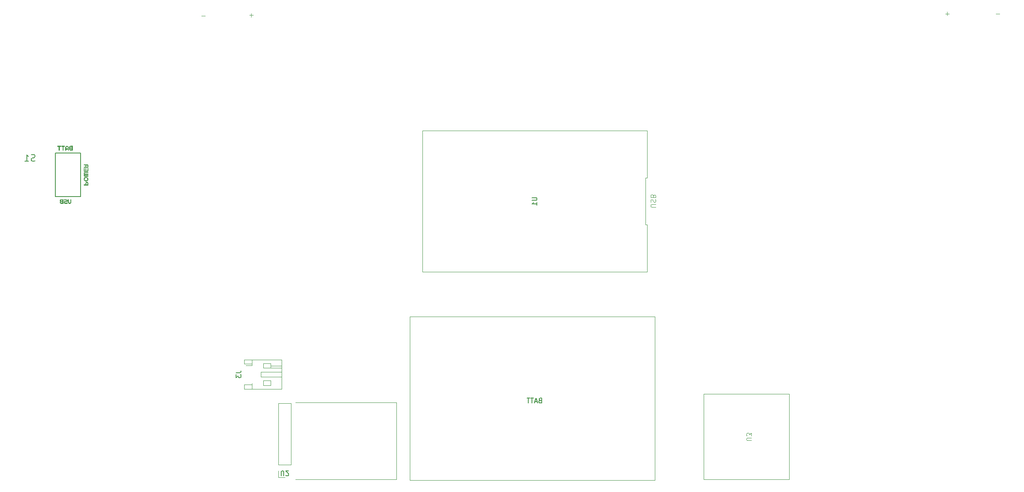
<source format=gbr>
%TF.GenerationSoftware,KiCad,Pcbnew,7.0.9*%
%TF.CreationDate,2024-02-01T20:29:03-08:00*%
%TF.ProjectId,DC32_Cnet_Badge_Main,44433332-5f43-46e6-9574-5f4261646765,rev?*%
%TF.SameCoordinates,Original*%
%TF.FileFunction,Legend,Bot*%
%TF.FilePolarity,Positive*%
%FSLAX46Y46*%
G04 Gerber Fmt 4.6, Leading zero omitted, Abs format (unit mm)*
G04 Created by KiCad (PCBNEW 7.0.9) date 2024-02-01 20:29:03*
%MOMM*%
%LPD*%
G01*
G04 APERTURE LIST*
%ADD10C,0.150000*%
%ADD11C,0.100000*%
%ADD12C,0.203200*%
%ADD13C,0.120000*%
G04 APERTURE END LIST*
D10*
G36*
X54900000Y-88430000D02*
G01*
X54439357Y-88430000D01*
X54424617Y-88429666D01*
X54410132Y-88428664D01*
X54395903Y-88426994D01*
X54381930Y-88424657D01*
X54368212Y-88421651D01*
X54354750Y-88417978D01*
X54341544Y-88413637D01*
X54328593Y-88408628D01*
X54315898Y-88402952D01*
X54303459Y-88396607D01*
X54291276Y-88389594D01*
X54279348Y-88381914D01*
X54267676Y-88373566D01*
X54256259Y-88364550D01*
X54245099Y-88354866D01*
X54234193Y-88344515D01*
X54223753Y-88333698D01*
X54213986Y-88322620D01*
X54204893Y-88311281D01*
X54196473Y-88299681D01*
X54188727Y-88287819D01*
X54181655Y-88275695D01*
X54175256Y-88263310D01*
X54169530Y-88250664D01*
X54164478Y-88237757D01*
X54160100Y-88224587D01*
X54156395Y-88211157D01*
X54153364Y-88197465D01*
X54151007Y-88183512D01*
X54149323Y-88169297D01*
X54148313Y-88154821D01*
X54147976Y-88140083D01*
X54353140Y-88140083D01*
X54353239Y-88144498D01*
X54354355Y-88155158D01*
X54356712Y-88165282D01*
X54360309Y-88174869D01*
X54365146Y-88183920D01*
X54371223Y-88192434D01*
X54378541Y-88200411D01*
X54381727Y-88203369D01*
X54390050Y-88209928D01*
X54398886Y-88215295D01*
X54408234Y-88219469D01*
X54418096Y-88222450D01*
X54428470Y-88224239D01*
X54439357Y-88224836D01*
X54694836Y-88224836D01*
X54694836Y-88054110D01*
X54439357Y-88054110D01*
X54434941Y-88054209D01*
X54424259Y-88055325D01*
X54414090Y-88057682D01*
X54404433Y-88061279D01*
X54395290Y-88066116D01*
X54386659Y-88072193D01*
X54378541Y-88079511D01*
X54375465Y-88082696D01*
X54368643Y-88091008D01*
X54363062Y-88099821D01*
X54358721Y-88109135D01*
X54355620Y-88118951D01*
X54353760Y-88129266D01*
X54353140Y-88140083D01*
X54147976Y-88140083D01*
X54148243Y-88125386D01*
X54149044Y-88111030D01*
X54150380Y-88097015D01*
X54152250Y-88083343D01*
X54154654Y-88070011D01*
X54157593Y-88057022D01*
X54161066Y-88044373D01*
X54165073Y-88032067D01*
X54169614Y-88020102D01*
X54174690Y-88008478D01*
X54180300Y-87997196D01*
X54186444Y-87986256D01*
X54193123Y-87975657D01*
X54200335Y-87965400D01*
X54208082Y-87955484D01*
X54216364Y-87945910D01*
X54208082Y-87937844D01*
X54200335Y-87929340D01*
X54193123Y-87920396D01*
X54186444Y-87911014D01*
X54180300Y-87901193D01*
X54174690Y-87890933D01*
X54169614Y-87880234D01*
X54165073Y-87869096D01*
X54161066Y-87857519D01*
X54157593Y-87845503D01*
X54154654Y-87833049D01*
X54152250Y-87820156D01*
X54150380Y-87806823D01*
X54149044Y-87793052D01*
X54148243Y-87778842D01*
X54147976Y-87764193D01*
X54353140Y-87764193D01*
X54353239Y-87768578D01*
X54354355Y-87779173D01*
X54356712Y-87789244D01*
X54360309Y-87798789D01*
X54365146Y-87807810D01*
X54371223Y-87816306D01*
X54378541Y-87824277D01*
X54381727Y-87827264D01*
X54390050Y-87833889D01*
X54398886Y-87839310D01*
X54408234Y-87843525D01*
X54418096Y-87846537D01*
X54428470Y-87848344D01*
X54439357Y-87848946D01*
X54694836Y-87848946D01*
X54694836Y-87677976D01*
X54439357Y-87677976D01*
X54434941Y-87678075D01*
X54424259Y-87679191D01*
X54414090Y-87681548D01*
X54404433Y-87685145D01*
X54395290Y-87689982D01*
X54386659Y-87696059D01*
X54378541Y-87703377D01*
X54375465Y-87706563D01*
X54368643Y-87714886D01*
X54363062Y-87723722D01*
X54358721Y-87733070D01*
X54355620Y-87742932D01*
X54353760Y-87753306D01*
X54353140Y-87764193D01*
X54147976Y-87764193D01*
X54148313Y-87749454D01*
X54149323Y-87734972D01*
X54151007Y-87720748D01*
X54153364Y-87706781D01*
X54156395Y-87693072D01*
X54160100Y-87679621D01*
X54164478Y-87666427D01*
X54169530Y-87653490D01*
X54175256Y-87640812D01*
X54181655Y-87628391D01*
X54188727Y-87616227D01*
X54196473Y-87604321D01*
X54204893Y-87592673D01*
X54213986Y-87581282D01*
X54223753Y-87570149D01*
X54234193Y-87559274D01*
X54245099Y-87548833D01*
X54256259Y-87539066D01*
X54267676Y-87529973D01*
X54279348Y-87521553D01*
X54291276Y-87513807D01*
X54303459Y-87506735D01*
X54315898Y-87500336D01*
X54328593Y-87494610D01*
X54341544Y-87489559D01*
X54354750Y-87485180D01*
X54368212Y-87481476D01*
X54381930Y-87478445D01*
X54395903Y-87476087D01*
X54410132Y-87474403D01*
X54424617Y-87473393D01*
X54439357Y-87473056D01*
X54900000Y-87473056D01*
X54900000Y-88430000D01*
G37*
G36*
X53328297Y-88430000D02*
G01*
X53533461Y-88430000D01*
X53533461Y-87848946D01*
X53533901Y-87836061D01*
X53535221Y-87823512D01*
X53537421Y-87811298D01*
X53540502Y-87799418D01*
X53544462Y-87787873D01*
X53549303Y-87776663D01*
X53555024Y-87765788D01*
X53561625Y-87755248D01*
X53569106Y-87745043D01*
X53577467Y-87735172D01*
X53583531Y-87728778D01*
X53593060Y-87719699D01*
X53602962Y-87711513D01*
X53613238Y-87704220D01*
X53623888Y-87697821D01*
X53634911Y-87692314D01*
X53646308Y-87687700D01*
X53658078Y-87683979D01*
X53670221Y-87681151D01*
X53682739Y-87679216D01*
X53695629Y-87678174D01*
X53704431Y-87677976D01*
X53717315Y-87678422D01*
X53729864Y-87679762D01*
X53742079Y-87681994D01*
X53753959Y-87685120D01*
X53765503Y-87689138D01*
X53776713Y-87694050D01*
X53787588Y-87699855D01*
X53798128Y-87706552D01*
X53808334Y-87714143D01*
X53818204Y-87722626D01*
X53824598Y-87728778D01*
X53833634Y-87738425D01*
X53841780Y-87748407D01*
X53849038Y-87758724D01*
X53855407Y-87769376D01*
X53860888Y-87780363D01*
X53865479Y-87791684D01*
X53869182Y-87803341D01*
X53871997Y-87815332D01*
X53873922Y-87827658D01*
X53874959Y-87840319D01*
X53875157Y-87848946D01*
X53875157Y-88430000D01*
X54080321Y-88430000D01*
X54080321Y-87848946D01*
X54079888Y-87829792D01*
X54078592Y-87810981D01*
X54076431Y-87792514D01*
X54073405Y-87774391D01*
X54069516Y-87756611D01*
X54064761Y-87739174D01*
X54059143Y-87722081D01*
X54052660Y-87705331D01*
X54045313Y-87688925D01*
X54037101Y-87672862D01*
X54028025Y-87657143D01*
X54018084Y-87641767D01*
X54007279Y-87626734D01*
X53995610Y-87612045D01*
X53983077Y-87597700D01*
X53969678Y-87583698D01*
X53955648Y-87570300D01*
X53941278Y-87557766D01*
X53926568Y-87546097D01*
X53911518Y-87535292D01*
X53896129Y-87525352D01*
X53880400Y-87516276D01*
X53864332Y-87508064D01*
X53847923Y-87500717D01*
X53831176Y-87494234D01*
X53814088Y-87488615D01*
X53796661Y-87483861D01*
X53778894Y-87479971D01*
X53760788Y-87476946D01*
X53742342Y-87474785D01*
X53723556Y-87473488D01*
X53704431Y-87473056D01*
X53685131Y-87473488D01*
X53666188Y-87474785D01*
X53647601Y-87476946D01*
X53629372Y-87479971D01*
X53611499Y-87483861D01*
X53593983Y-87488615D01*
X53576824Y-87494234D01*
X53560022Y-87500717D01*
X53543577Y-87508064D01*
X53527488Y-87516276D01*
X53511757Y-87525352D01*
X53496382Y-87535292D01*
X53481364Y-87546097D01*
X53466702Y-87557766D01*
X53452398Y-87570300D01*
X53438450Y-87583698D01*
X53425111Y-87597700D01*
X53412633Y-87612045D01*
X53401015Y-87626734D01*
X53390258Y-87641767D01*
X53380362Y-87657143D01*
X53371325Y-87672862D01*
X53363150Y-87688925D01*
X53355835Y-87705331D01*
X53349381Y-87722081D01*
X53343787Y-87739174D01*
X53339054Y-87756611D01*
X53335181Y-87774391D01*
X53332169Y-87792514D01*
X53330018Y-87810981D01*
X53328727Y-87829792D01*
X53328297Y-87848946D01*
X53328297Y-88430000D01*
G37*
G36*
X53861479Y-88122498D02*
G01*
X53861077Y-88110567D01*
X53859873Y-88098953D01*
X53857866Y-88087657D01*
X53855056Y-88076679D01*
X53851443Y-88066019D01*
X53847028Y-88055676D01*
X53841809Y-88045651D01*
X53835788Y-88035944D01*
X53828963Y-88026555D01*
X53821336Y-88017483D01*
X53815806Y-88011612D01*
X53807024Y-88003318D01*
X53797899Y-87995841D01*
X53788431Y-87989179D01*
X53778620Y-87983333D01*
X53768464Y-87978302D01*
X53757966Y-87974088D01*
X53747124Y-87970689D01*
X53735938Y-87968106D01*
X53724409Y-87966338D01*
X53712537Y-87965387D01*
X53704431Y-87965205D01*
X53692543Y-87965613D01*
X53680969Y-87966837D01*
X53669708Y-87968876D01*
X53658761Y-87971731D01*
X53648127Y-87975402D01*
X53637807Y-87979889D01*
X53627800Y-87985191D01*
X53618106Y-87991309D01*
X53608726Y-87998243D01*
X53599659Y-88005992D01*
X53593789Y-88011612D01*
X53585452Y-88020472D01*
X53577935Y-88029649D01*
X53571238Y-88039145D01*
X53565361Y-88048958D01*
X53560304Y-88059089D01*
X53556068Y-88069537D01*
X53552651Y-88080303D01*
X53550054Y-88091387D01*
X53548277Y-88102789D01*
X53547321Y-88114508D01*
X53547138Y-88122498D01*
X53547548Y-88134599D01*
X53548778Y-88146357D01*
X53550828Y-88157772D01*
X53553699Y-88168843D01*
X53557389Y-88179570D01*
X53561899Y-88189955D01*
X53567229Y-88199995D01*
X53573379Y-88209692D01*
X53580349Y-88219046D01*
X53588140Y-88228056D01*
X53593789Y-88233872D01*
X53602647Y-88242035D01*
X53611818Y-88249394D01*
X53621303Y-88255951D01*
X53631101Y-88261705D01*
X53641212Y-88266656D01*
X53651637Y-88270804D01*
X53662375Y-88274149D01*
X53673427Y-88276691D01*
X53684792Y-88278431D01*
X53696471Y-88279367D01*
X53704431Y-88279546D01*
X53716532Y-88279144D01*
X53728290Y-88277940D01*
X53739705Y-88275933D01*
X53750776Y-88273123D01*
X53761503Y-88269510D01*
X53771888Y-88265095D01*
X53781928Y-88259876D01*
X53791625Y-88253855D01*
X53800979Y-88247030D01*
X53809989Y-88239403D01*
X53815806Y-88233872D01*
X53823968Y-88225091D01*
X53831327Y-88215966D01*
X53837884Y-88206498D01*
X53843638Y-88196687D01*
X53848589Y-88186531D01*
X53852737Y-88176033D01*
X53856082Y-88165191D01*
X53858624Y-88154005D01*
X53860364Y-88142476D01*
X53861301Y-88130604D01*
X53861479Y-88122498D01*
G37*
G36*
X53260642Y-87473056D02*
G01*
X52508618Y-87473056D01*
X52508618Y-87677976D01*
X52782170Y-87677976D01*
X52782170Y-88430000D01*
X52987090Y-88430000D01*
X52987090Y-87677976D01*
X53260642Y-87677976D01*
X53260642Y-87473056D01*
G37*
G36*
X52440963Y-87473056D02*
G01*
X51688939Y-87473056D01*
X51688939Y-87677976D01*
X51962491Y-87677976D01*
X51962491Y-88430000D01*
X52167411Y-88430000D01*
X52167411Y-87677976D01*
X52440963Y-87677976D01*
X52440963Y-87473056D01*
G37*
G36*
X53847976Y-98573056D02*
G01*
X53847976Y-99154110D01*
X53848406Y-99173235D01*
X53849697Y-99192021D01*
X53851848Y-99210467D01*
X53854860Y-99228573D01*
X53858733Y-99246340D01*
X53863466Y-99263767D01*
X53869060Y-99280855D01*
X53875514Y-99297602D01*
X53882829Y-99314011D01*
X53891004Y-99330079D01*
X53900041Y-99345808D01*
X53909937Y-99361197D01*
X53920694Y-99376247D01*
X53932312Y-99390957D01*
X53944790Y-99405327D01*
X53958129Y-99419357D01*
X53972077Y-99432756D01*
X53986381Y-99445289D01*
X54001043Y-99456958D01*
X54016061Y-99467763D01*
X54031436Y-99477704D01*
X54047167Y-99486780D01*
X54063256Y-99494992D01*
X54079701Y-99502339D01*
X54096503Y-99508822D01*
X54113662Y-99514440D01*
X54131178Y-99519195D01*
X54149051Y-99523084D01*
X54167280Y-99526110D01*
X54185867Y-99528271D01*
X54204810Y-99529567D01*
X54224110Y-99530000D01*
X54243235Y-99529567D01*
X54262021Y-99528271D01*
X54280467Y-99526110D01*
X54298573Y-99523084D01*
X54316340Y-99519195D01*
X54333767Y-99514440D01*
X54350855Y-99508822D01*
X54367602Y-99502339D01*
X54384011Y-99494992D01*
X54400079Y-99486780D01*
X54415808Y-99477704D01*
X54431197Y-99467763D01*
X54446247Y-99456958D01*
X54460957Y-99445289D01*
X54475327Y-99432756D01*
X54489357Y-99419357D01*
X54502756Y-99405327D01*
X54515289Y-99390957D01*
X54526958Y-99376247D01*
X54537763Y-99361197D01*
X54547704Y-99345808D01*
X54556780Y-99330079D01*
X54564992Y-99314011D01*
X54572339Y-99297602D01*
X54578822Y-99280855D01*
X54584440Y-99263767D01*
X54589195Y-99246340D01*
X54593084Y-99228573D01*
X54596110Y-99210467D01*
X54598271Y-99192021D01*
X54599567Y-99173235D01*
X54600000Y-99154110D01*
X54600000Y-98573056D01*
X54394836Y-98573056D01*
X54394836Y-99154110D01*
X54394391Y-99166994D01*
X54393058Y-99179543D01*
X54390836Y-99191758D01*
X54387726Y-99203638D01*
X54383727Y-99215182D01*
X54378839Y-99226392D01*
X54373062Y-99237267D01*
X54366396Y-99247807D01*
X54358842Y-99258013D01*
X54350400Y-99267883D01*
X54344277Y-99274277D01*
X54334630Y-99283313D01*
X54324648Y-99291459D01*
X54314331Y-99298717D01*
X54303679Y-99305086D01*
X54292693Y-99310567D01*
X54281371Y-99315158D01*
X54269715Y-99318861D01*
X54257724Y-99321676D01*
X54245398Y-99323601D01*
X54232736Y-99324638D01*
X54224110Y-99324836D01*
X54210970Y-99324391D01*
X54198204Y-99323058D01*
X54185811Y-99320836D01*
X54173792Y-99317726D01*
X54162146Y-99313727D01*
X54150874Y-99308839D01*
X54139975Y-99303062D01*
X54129450Y-99296396D01*
X54119299Y-99288842D01*
X54109521Y-99280400D01*
X54103210Y-99274277D01*
X54094262Y-99264630D01*
X54086194Y-99254648D01*
X54079006Y-99244331D01*
X54072698Y-99233679D01*
X54067271Y-99222693D01*
X54062723Y-99211371D01*
X54059056Y-99199715D01*
X54056269Y-99187724D01*
X54054362Y-99175398D01*
X54053335Y-99162736D01*
X54053140Y-99154110D01*
X54053140Y-98573056D01*
X53847976Y-98573056D01*
G37*
G36*
X53028297Y-98573056D02*
G01*
X53028297Y-98777976D01*
X53489183Y-98777976D01*
X53500006Y-98778596D01*
X53510340Y-98780456D01*
X53520184Y-98783557D01*
X53529540Y-98787898D01*
X53538407Y-98793479D01*
X53546785Y-98800301D01*
X53550000Y-98803377D01*
X53557247Y-98811495D01*
X53563266Y-98820126D01*
X53568057Y-98829269D01*
X53571619Y-98838926D01*
X53573953Y-98849095D01*
X53575058Y-98859777D01*
X53575157Y-98864193D01*
X53574542Y-98874998D01*
X53572700Y-98885279D01*
X53569629Y-98895034D01*
X53565330Y-98904265D01*
X53559802Y-98912971D01*
X53553046Y-98921152D01*
X53550000Y-98924277D01*
X53541817Y-98931384D01*
X53533146Y-98937286D01*
X53523985Y-98941984D01*
X53514336Y-98945477D01*
X53504198Y-98947765D01*
X53493571Y-98948849D01*
X53489183Y-98948946D01*
X53319678Y-98950411D01*
X53304589Y-98950745D01*
X53289789Y-98951747D01*
X53275280Y-98953417D01*
X53261060Y-98955754D01*
X53247131Y-98958759D01*
X53233491Y-98962433D01*
X53220142Y-98966774D01*
X53207083Y-98971782D01*
X53194313Y-98977459D01*
X53181834Y-98983804D01*
X53169645Y-98990816D01*
X53157745Y-98998497D01*
X53146136Y-99006845D01*
X53134817Y-99015861D01*
X53123788Y-99025545D01*
X53113049Y-99035896D01*
X53102786Y-99046683D01*
X53093185Y-99057733D01*
X53084247Y-99069046D01*
X53075970Y-99080623D01*
X53068355Y-99092463D01*
X53061403Y-99104567D01*
X53055113Y-99116933D01*
X53049485Y-99129563D01*
X53044519Y-99142457D01*
X53040215Y-99155613D01*
X53036573Y-99169033D01*
X53033594Y-99182717D01*
X53031276Y-99196663D01*
X53029621Y-99210873D01*
X53028628Y-99225347D01*
X53028297Y-99240083D01*
X53028631Y-99254824D01*
X53029632Y-99269308D01*
X53031302Y-99283537D01*
X53033640Y-99297511D01*
X53036645Y-99311229D01*
X53040318Y-99324690D01*
X53044659Y-99337897D01*
X53049668Y-99350847D01*
X53055345Y-99363542D01*
X53061689Y-99375981D01*
X53068702Y-99388165D01*
X53076382Y-99400093D01*
X53084730Y-99411765D01*
X53093746Y-99423181D01*
X53103430Y-99434342D01*
X53113782Y-99445247D01*
X53124604Y-99455688D01*
X53135699Y-99465455D01*
X53147067Y-99474548D01*
X53158707Y-99482967D01*
X53170621Y-99490714D01*
X53182807Y-99497786D01*
X53195266Y-99504185D01*
X53207998Y-99509911D01*
X53221003Y-99514962D01*
X53234281Y-99519341D01*
X53247832Y-99523045D01*
X53261656Y-99526076D01*
X53275752Y-99528434D01*
X53290121Y-99530118D01*
X53304763Y-99531128D01*
X53319678Y-99531465D01*
X53780321Y-99530000D01*
X53780321Y-99324836D01*
X53319678Y-99324836D01*
X53308791Y-99324239D01*
X53298417Y-99322450D01*
X53288555Y-99319469D01*
X53279207Y-99315295D01*
X53270371Y-99309928D01*
X53262048Y-99303369D01*
X53258862Y-99300411D01*
X53251544Y-99292434D01*
X53245467Y-99283920D01*
X53240630Y-99274869D01*
X53237033Y-99265282D01*
X53234676Y-99255158D01*
X53233560Y-99244498D01*
X53233461Y-99240083D01*
X53234081Y-99229278D01*
X53235941Y-99218998D01*
X53239042Y-99209243D01*
X53243383Y-99200012D01*
X53248964Y-99191306D01*
X53255786Y-99183125D01*
X53258862Y-99180000D01*
X53266980Y-99172893D01*
X53275611Y-99166991D01*
X53284754Y-99162293D01*
X53294411Y-99158800D01*
X53304580Y-99156511D01*
X53315262Y-99155427D01*
X53319678Y-99155331D01*
X53489183Y-99154110D01*
X53504243Y-99153776D01*
X53519015Y-99152774D01*
X53533499Y-99151104D01*
X53547694Y-99148767D01*
X53561602Y-99145762D01*
X53575221Y-99142088D01*
X53588553Y-99137747D01*
X53601596Y-99132739D01*
X53614351Y-99127062D01*
X53626818Y-99120717D01*
X53638996Y-99113705D01*
X53650887Y-99106024D01*
X53662490Y-99097676D01*
X53673804Y-99088660D01*
X53684830Y-99078976D01*
X53695568Y-99068625D01*
X53705831Y-99057808D01*
X53715432Y-99046731D01*
X53724371Y-99035392D01*
X53732647Y-99023791D01*
X53740262Y-99011929D01*
X53747214Y-98999806D01*
X53753504Y-98987421D01*
X53759132Y-98974774D01*
X53764098Y-98961867D01*
X53768402Y-98948698D01*
X53772044Y-98935267D01*
X53775023Y-98921575D01*
X53777341Y-98907622D01*
X53778996Y-98893407D01*
X53779989Y-98878931D01*
X53780321Y-98864193D01*
X53779987Y-98849454D01*
X53778985Y-98834972D01*
X53777315Y-98820748D01*
X53774978Y-98806781D01*
X53771972Y-98793072D01*
X53768299Y-98779621D01*
X53763958Y-98766427D01*
X53758949Y-98753490D01*
X53753273Y-98740812D01*
X53746928Y-98728391D01*
X53739915Y-98716227D01*
X53732235Y-98704321D01*
X53723887Y-98692673D01*
X53714871Y-98681282D01*
X53705187Y-98670149D01*
X53694836Y-98659274D01*
X53684014Y-98648833D01*
X53672922Y-98639066D01*
X53661559Y-98629973D01*
X53649925Y-98621553D01*
X53638020Y-98613807D01*
X53625845Y-98606735D01*
X53613398Y-98600336D01*
X53600680Y-98594610D01*
X53587691Y-98589559D01*
X53574431Y-98585180D01*
X53560901Y-98581476D01*
X53547099Y-98578445D01*
X53533027Y-98576087D01*
X53518683Y-98574403D01*
X53504068Y-98573393D01*
X53489183Y-98573056D01*
X53028297Y-98573056D01*
G37*
G36*
X52960642Y-99530000D02*
G01*
X52500000Y-99530000D01*
X52485259Y-99529666D01*
X52470774Y-99528664D01*
X52456545Y-99526994D01*
X52442572Y-99524657D01*
X52428854Y-99521651D01*
X52415392Y-99517978D01*
X52402186Y-99513637D01*
X52389235Y-99508628D01*
X52376540Y-99502952D01*
X52364101Y-99496607D01*
X52351918Y-99489594D01*
X52339990Y-99481914D01*
X52328318Y-99473566D01*
X52316901Y-99464550D01*
X52305741Y-99454866D01*
X52294836Y-99444515D01*
X52284395Y-99433698D01*
X52274628Y-99422620D01*
X52265535Y-99411281D01*
X52257115Y-99399681D01*
X52249369Y-99387819D01*
X52242297Y-99375695D01*
X52235898Y-99363310D01*
X52230172Y-99350664D01*
X52225120Y-99337757D01*
X52220742Y-99324587D01*
X52217037Y-99311157D01*
X52214006Y-99297465D01*
X52211649Y-99283512D01*
X52209965Y-99269297D01*
X52208955Y-99254821D01*
X52208618Y-99240083D01*
X52413782Y-99240083D01*
X52413881Y-99244498D01*
X52414997Y-99255158D01*
X52417354Y-99265282D01*
X52420951Y-99274869D01*
X52425788Y-99283920D01*
X52431865Y-99292434D01*
X52439183Y-99300411D01*
X52442369Y-99303369D01*
X52450692Y-99309928D01*
X52459528Y-99315295D01*
X52468876Y-99319469D01*
X52478738Y-99322450D01*
X52489112Y-99324239D01*
X52500000Y-99324836D01*
X52755478Y-99324836D01*
X52755478Y-99154110D01*
X52500000Y-99154110D01*
X52495583Y-99154209D01*
X52484901Y-99155325D01*
X52474732Y-99157682D01*
X52465075Y-99161279D01*
X52455932Y-99166116D01*
X52447301Y-99172193D01*
X52439183Y-99179511D01*
X52436107Y-99182696D01*
X52429285Y-99191008D01*
X52423704Y-99199821D01*
X52419363Y-99209135D01*
X52416262Y-99218951D01*
X52414402Y-99229266D01*
X52413782Y-99240083D01*
X52208618Y-99240083D01*
X52208885Y-99225386D01*
X52209686Y-99211030D01*
X52211022Y-99197015D01*
X52212892Y-99183343D01*
X52215296Y-99170011D01*
X52218235Y-99157022D01*
X52221708Y-99144373D01*
X52225715Y-99132067D01*
X52230256Y-99120102D01*
X52235332Y-99108478D01*
X52240942Y-99097196D01*
X52247086Y-99086256D01*
X52253765Y-99075657D01*
X52260977Y-99065400D01*
X52268724Y-99055484D01*
X52277006Y-99045910D01*
X52268724Y-99037844D01*
X52260977Y-99029340D01*
X52253765Y-99020396D01*
X52247086Y-99011014D01*
X52240942Y-99001193D01*
X52235332Y-98990933D01*
X52230256Y-98980234D01*
X52225715Y-98969096D01*
X52221708Y-98957519D01*
X52218235Y-98945503D01*
X52215296Y-98933049D01*
X52212892Y-98920156D01*
X52211022Y-98906823D01*
X52209686Y-98893052D01*
X52208885Y-98878842D01*
X52208618Y-98864193D01*
X52413782Y-98864193D01*
X52413881Y-98868578D01*
X52414997Y-98879173D01*
X52417354Y-98889244D01*
X52420951Y-98898789D01*
X52425788Y-98907810D01*
X52431865Y-98916306D01*
X52439183Y-98924277D01*
X52442369Y-98927264D01*
X52450692Y-98933889D01*
X52459528Y-98939310D01*
X52468876Y-98943525D01*
X52478738Y-98946537D01*
X52489112Y-98948344D01*
X52500000Y-98948946D01*
X52755478Y-98948946D01*
X52755478Y-98777976D01*
X52500000Y-98777976D01*
X52495583Y-98778075D01*
X52484901Y-98779191D01*
X52474732Y-98781548D01*
X52465075Y-98785145D01*
X52455932Y-98789982D01*
X52447301Y-98796059D01*
X52439183Y-98803377D01*
X52436107Y-98806563D01*
X52429285Y-98814886D01*
X52423704Y-98823722D01*
X52419363Y-98833070D01*
X52416262Y-98842932D01*
X52414402Y-98853306D01*
X52413782Y-98864193D01*
X52208618Y-98864193D01*
X52208955Y-98849454D01*
X52209965Y-98834972D01*
X52211649Y-98820748D01*
X52214006Y-98806781D01*
X52217037Y-98793072D01*
X52220742Y-98779621D01*
X52225120Y-98766427D01*
X52230172Y-98753490D01*
X52235898Y-98740812D01*
X52242297Y-98728391D01*
X52249369Y-98716227D01*
X52257115Y-98704321D01*
X52265535Y-98692673D01*
X52274628Y-98681282D01*
X52284395Y-98670149D01*
X52294836Y-98659274D01*
X52305741Y-98648833D01*
X52316901Y-98639066D01*
X52328318Y-98629973D01*
X52339990Y-98621553D01*
X52351918Y-98613807D01*
X52364101Y-98606735D01*
X52376540Y-98600336D01*
X52389235Y-98594610D01*
X52402186Y-98589559D01*
X52415392Y-98585180D01*
X52428854Y-98581476D01*
X52442572Y-98578445D01*
X52456545Y-98576087D01*
X52470774Y-98574403D01*
X52485259Y-98573393D01*
X52500000Y-98573056D01*
X52960642Y-98573056D01*
X52960642Y-99530000D01*
G37*
G36*
X57850545Y-94948313D02*
G01*
X57865027Y-94949323D01*
X57879251Y-94951007D01*
X57893218Y-94953364D01*
X57906927Y-94956395D01*
X57920378Y-94960100D01*
X57933572Y-94964478D01*
X57946509Y-94969530D01*
X57959187Y-94975256D01*
X57971608Y-94981655D01*
X57983772Y-94988727D01*
X57995678Y-94996473D01*
X58007326Y-95004893D01*
X58018717Y-95013986D01*
X58029850Y-95023753D01*
X58040725Y-95034193D01*
X58051166Y-95045099D01*
X58060933Y-95056259D01*
X58070026Y-95067676D01*
X58078446Y-95079348D01*
X58086192Y-95091276D01*
X58093264Y-95103459D01*
X58099663Y-95115898D01*
X58105389Y-95128593D01*
X58110440Y-95141544D01*
X58114819Y-95154750D01*
X58118523Y-95168212D01*
X58121554Y-95181930D01*
X58123912Y-95195903D01*
X58125596Y-95210132D01*
X58126606Y-95224617D01*
X58126943Y-95239357D01*
X58126943Y-95700000D01*
X57170000Y-95700000D01*
X57170000Y-95494836D01*
X57545889Y-95494836D01*
X57751053Y-95494836D01*
X57922023Y-95494836D01*
X57922023Y-95239357D01*
X57921924Y-95234941D01*
X57920808Y-95224259D01*
X57918451Y-95214090D01*
X57914854Y-95204433D01*
X57910017Y-95195290D01*
X57903940Y-95186659D01*
X57896622Y-95178541D01*
X57893436Y-95175465D01*
X57885113Y-95168643D01*
X57876277Y-95163062D01*
X57866929Y-95158721D01*
X57857067Y-95155620D01*
X57846693Y-95153760D01*
X57835806Y-95153140D01*
X57831421Y-95153239D01*
X57820826Y-95154355D01*
X57810755Y-95156712D01*
X57801210Y-95160309D01*
X57792189Y-95165146D01*
X57783693Y-95171223D01*
X57775722Y-95178541D01*
X57772735Y-95181727D01*
X57766110Y-95190050D01*
X57760689Y-95198886D01*
X57756474Y-95208234D01*
X57753462Y-95218096D01*
X57751655Y-95228470D01*
X57751053Y-95239357D01*
X57751053Y-95494836D01*
X57545889Y-95494836D01*
X57545889Y-95239357D01*
X57546223Y-95224617D01*
X57547225Y-95210132D01*
X57548895Y-95195903D01*
X57551232Y-95181930D01*
X57554237Y-95168212D01*
X57557911Y-95154750D01*
X57562252Y-95141544D01*
X57567260Y-95128593D01*
X57572937Y-95115898D01*
X57579282Y-95103459D01*
X57586294Y-95091276D01*
X57593975Y-95079348D01*
X57602323Y-95067676D01*
X57611339Y-95056259D01*
X57621023Y-95045099D01*
X57631374Y-95034193D01*
X57642191Y-95023753D01*
X57653268Y-95013986D01*
X57664607Y-95004893D01*
X57676208Y-94996473D01*
X57688070Y-94988727D01*
X57700193Y-94981655D01*
X57712578Y-94975256D01*
X57725225Y-94969530D01*
X57738132Y-94964478D01*
X57751301Y-94960100D01*
X57764732Y-94956395D01*
X57778424Y-94953364D01*
X57792377Y-94951007D01*
X57806592Y-94949323D01*
X57821068Y-94948313D01*
X57835806Y-94947976D01*
X57850545Y-94948313D01*
G37*
G36*
X57660646Y-93923515D02*
G01*
X57672714Y-93923929D01*
X57684677Y-93924620D01*
X57696534Y-93925587D01*
X57708284Y-93926830D01*
X57719929Y-93928349D01*
X57731468Y-93930144D01*
X57742902Y-93932216D01*
X57754229Y-93934563D01*
X57765450Y-93937187D01*
X57776566Y-93940087D01*
X57787575Y-93943264D01*
X57798479Y-93946716D01*
X57809277Y-93950445D01*
X57819968Y-93954450D01*
X57830554Y-93958731D01*
X57841034Y-93963289D01*
X57851408Y-93968122D01*
X57861677Y-93973232D01*
X57871839Y-93978618D01*
X57881895Y-93984280D01*
X57891846Y-93990218D01*
X57901690Y-93996433D01*
X57911429Y-94002924D01*
X57921062Y-94009691D01*
X57930589Y-94016734D01*
X57940010Y-94024054D01*
X57949325Y-94031649D01*
X57958534Y-94039521D01*
X57967637Y-94047669D01*
X57976635Y-94056093D01*
X57985526Y-94064794D01*
X57994227Y-94073685D01*
X58002651Y-94082683D01*
X58010799Y-94091786D01*
X58018671Y-94100995D01*
X58026267Y-94110310D01*
X58033586Y-94119731D01*
X58040629Y-94129258D01*
X58047396Y-94138891D01*
X58053887Y-94148630D01*
X58060102Y-94158474D01*
X58066040Y-94168425D01*
X58071702Y-94178481D01*
X58077088Y-94188643D01*
X58082198Y-94198912D01*
X58087031Y-94209286D01*
X58091589Y-94219766D01*
X58095870Y-94230352D01*
X58099875Y-94241043D01*
X58103604Y-94251841D01*
X58107056Y-94262745D01*
X58110233Y-94273754D01*
X58113133Y-94284870D01*
X58115757Y-94296091D01*
X58118104Y-94307418D01*
X58120176Y-94318852D01*
X58121971Y-94330391D01*
X58123490Y-94342036D01*
X58124733Y-94353786D01*
X58125700Y-94365643D01*
X58126391Y-94377606D01*
X58126805Y-94389674D01*
X58126943Y-94401849D01*
X58126805Y-94414098D01*
X58126391Y-94426238D01*
X58125700Y-94438268D01*
X58124733Y-94450190D01*
X58123490Y-94462002D01*
X58121971Y-94473705D01*
X58120176Y-94485298D01*
X58118104Y-94496783D01*
X58115757Y-94508158D01*
X58113133Y-94519424D01*
X58110233Y-94530581D01*
X58107056Y-94541628D01*
X58103604Y-94552566D01*
X58099875Y-94563395D01*
X58095870Y-94574115D01*
X58091589Y-94584726D01*
X58087031Y-94595227D01*
X58082198Y-94605619D01*
X58077088Y-94615902D01*
X58071702Y-94626075D01*
X58066040Y-94636139D01*
X58060102Y-94646094D01*
X58053887Y-94655940D01*
X58047396Y-94665677D01*
X58040629Y-94675304D01*
X58033586Y-94684822D01*
X58026267Y-94694231D01*
X58018671Y-94703531D01*
X58010799Y-94712721D01*
X58002651Y-94721802D01*
X57994227Y-94730774D01*
X57985526Y-94739637D01*
X57976635Y-94748292D01*
X57967637Y-94756673D01*
X57958534Y-94764778D01*
X57949325Y-94772609D01*
X57940010Y-94780166D01*
X57930589Y-94787447D01*
X57921062Y-94794454D01*
X57911429Y-94801186D01*
X57901690Y-94807643D01*
X57891846Y-94813825D01*
X57881895Y-94819733D01*
X57871839Y-94825366D01*
X57861677Y-94830724D01*
X57851408Y-94835807D01*
X57841034Y-94840616D01*
X57830554Y-94845150D01*
X57819968Y-94849409D01*
X57809277Y-94853393D01*
X57798479Y-94857102D01*
X57787575Y-94860537D01*
X57776566Y-94863697D01*
X57765450Y-94866582D01*
X57754229Y-94869192D01*
X57742902Y-94871528D01*
X57731468Y-94873589D01*
X57719929Y-94875375D01*
X57708284Y-94876886D01*
X57696534Y-94878122D01*
X57684677Y-94879084D01*
X57672714Y-94879771D01*
X57660646Y-94880183D01*
X57648471Y-94880321D01*
X57636222Y-94880183D01*
X57624082Y-94879771D01*
X57612052Y-94879084D01*
X57600130Y-94878122D01*
X57588318Y-94876886D01*
X57576615Y-94875375D01*
X57565022Y-94873589D01*
X57553537Y-94871528D01*
X57542162Y-94869192D01*
X57530896Y-94866582D01*
X57519739Y-94863697D01*
X57508692Y-94860537D01*
X57497754Y-94857102D01*
X57486925Y-94853393D01*
X57476205Y-94849409D01*
X57465594Y-94845150D01*
X57455093Y-94840616D01*
X57444701Y-94835807D01*
X57434418Y-94830724D01*
X57424245Y-94825366D01*
X57414181Y-94819733D01*
X57404226Y-94813825D01*
X57394380Y-94807643D01*
X57384643Y-94801186D01*
X57375016Y-94794454D01*
X57365498Y-94787447D01*
X57356089Y-94780166D01*
X57346789Y-94772609D01*
X57337599Y-94764778D01*
X57328518Y-94756673D01*
X57319546Y-94748292D01*
X57310683Y-94739637D01*
X57302028Y-94730774D01*
X57293647Y-94721802D01*
X57285542Y-94712721D01*
X57277711Y-94703531D01*
X57270154Y-94694231D01*
X57262873Y-94684822D01*
X57255866Y-94675304D01*
X57249134Y-94665677D01*
X57242677Y-94655940D01*
X57236495Y-94646094D01*
X57230587Y-94636139D01*
X57224954Y-94626075D01*
X57219596Y-94615902D01*
X57214513Y-94605619D01*
X57209704Y-94595227D01*
X57205170Y-94584726D01*
X57200911Y-94574115D01*
X57196927Y-94563395D01*
X57193218Y-94552566D01*
X57189783Y-94541628D01*
X57186623Y-94530581D01*
X57183738Y-94519424D01*
X57181128Y-94508158D01*
X57178792Y-94496783D01*
X57176731Y-94485298D01*
X57174945Y-94473705D01*
X57173434Y-94462002D01*
X57172198Y-94450190D01*
X57171236Y-94438268D01*
X57170549Y-94426238D01*
X57170137Y-94414098D01*
X57170000Y-94401849D01*
X57375163Y-94401849D01*
X57375475Y-94415885D01*
X57376411Y-94429662D01*
X57377971Y-94443179D01*
X57380155Y-94456437D01*
X57382963Y-94469435D01*
X57386395Y-94482174D01*
X57390451Y-94494653D01*
X57395130Y-94506873D01*
X57400434Y-94518833D01*
X57406362Y-94530534D01*
X57412913Y-94541975D01*
X57420089Y-94553157D01*
X57427888Y-94564079D01*
X57436312Y-94574742D01*
X57445359Y-94585145D01*
X57455031Y-94595289D01*
X57465175Y-94604961D01*
X57475578Y-94614008D01*
X57486241Y-94622432D01*
X57497163Y-94630231D01*
X57508345Y-94637407D01*
X57519786Y-94643958D01*
X57531487Y-94649886D01*
X57543447Y-94655190D01*
X57555667Y-94659869D01*
X57568146Y-94663925D01*
X57580885Y-94667357D01*
X57593883Y-94670165D01*
X57607141Y-94672349D01*
X57620658Y-94673909D01*
X57634435Y-94674845D01*
X57648471Y-94675157D01*
X57662362Y-94674845D01*
X57676006Y-94673909D01*
X57689404Y-94672349D01*
X57702556Y-94670165D01*
X57715462Y-94667357D01*
X57728121Y-94663925D01*
X57740535Y-94659869D01*
X57752702Y-94655190D01*
X57764623Y-94649886D01*
X57776298Y-94643958D01*
X57787727Y-94637407D01*
X57798910Y-94630231D01*
X57809846Y-94622432D01*
X57820537Y-94614008D01*
X57830981Y-94604961D01*
X57841179Y-94595289D01*
X57850969Y-94585145D01*
X57860127Y-94574742D01*
X57868653Y-94564079D01*
X57876548Y-94553157D01*
X57883812Y-94541975D01*
X57890443Y-94530534D01*
X57896444Y-94518833D01*
X57901812Y-94506873D01*
X57906549Y-94494653D01*
X57910654Y-94482174D01*
X57914128Y-94469435D01*
X57916970Y-94456437D01*
X57919181Y-94443179D01*
X57920760Y-94429662D01*
X57921707Y-94415885D01*
X57922023Y-94401849D01*
X57921707Y-94387958D01*
X57920760Y-94374314D01*
X57919181Y-94360916D01*
X57916970Y-94347764D01*
X57914128Y-94334858D01*
X57910654Y-94322199D01*
X57906549Y-94309785D01*
X57901812Y-94297618D01*
X57896444Y-94285697D01*
X57890443Y-94274022D01*
X57883812Y-94262593D01*
X57876548Y-94251410D01*
X57868653Y-94240474D01*
X57860127Y-94229783D01*
X57850969Y-94219339D01*
X57841179Y-94209141D01*
X57830981Y-94199351D01*
X57820537Y-94190193D01*
X57809846Y-94181667D01*
X57798910Y-94173772D01*
X57787727Y-94166508D01*
X57776298Y-94159877D01*
X57764623Y-94153876D01*
X57752702Y-94148508D01*
X57740535Y-94143771D01*
X57728121Y-94139666D01*
X57715462Y-94136192D01*
X57702556Y-94133350D01*
X57689404Y-94131139D01*
X57676006Y-94129560D01*
X57662362Y-94128613D01*
X57648471Y-94128297D01*
X57634435Y-94128613D01*
X57620658Y-94129560D01*
X57607141Y-94131139D01*
X57593883Y-94133350D01*
X57580885Y-94136192D01*
X57568146Y-94139666D01*
X57555667Y-94143771D01*
X57543447Y-94148508D01*
X57531487Y-94153876D01*
X57519786Y-94159877D01*
X57508345Y-94166508D01*
X57497163Y-94173772D01*
X57486241Y-94181667D01*
X57475578Y-94190193D01*
X57465175Y-94199351D01*
X57455031Y-94209141D01*
X57445359Y-94219339D01*
X57436312Y-94229783D01*
X57427888Y-94240474D01*
X57420089Y-94251410D01*
X57412913Y-94262593D01*
X57406362Y-94274022D01*
X57400434Y-94285697D01*
X57395130Y-94297618D01*
X57390451Y-94309785D01*
X57386395Y-94322199D01*
X57382963Y-94334858D01*
X57380155Y-94347764D01*
X57377971Y-94360916D01*
X57376411Y-94374314D01*
X57375475Y-94387958D01*
X57375163Y-94401849D01*
X57170000Y-94401849D01*
X57170137Y-94389674D01*
X57170549Y-94377606D01*
X57171236Y-94365643D01*
X57172198Y-94353786D01*
X57173434Y-94342036D01*
X57174945Y-94330391D01*
X57176731Y-94318852D01*
X57178792Y-94307418D01*
X57181128Y-94296091D01*
X57183738Y-94284870D01*
X57186623Y-94273754D01*
X57189783Y-94262745D01*
X57193218Y-94251841D01*
X57196927Y-94241043D01*
X57200911Y-94230352D01*
X57205170Y-94219766D01*
X57209704Y-94209286D01*
X57214513Y-94198912D01*
X57219596Y-94188643D01*
X57224954Y-94178481D01*
X57230587Y-94168425D01*
X57236495Y-94158474D01*
X57242677Y-94148630D01*
X57249134Y-94138891D01*
X57255866Y-94129258D01*
X57262873Y-94119731D01*
X57270154Y-94110310D01*
X57277711Y-94100995D01*
X57285542Y-94091786D01*
X57293647Y-94082683D01*
X57302028Y-94073685D01*
X57310683Y-94064794D01*
X57319546Y-94056093D01*
X57328518Y-94047669D01*
X57337599Y-94039521D01*
X57346789Y-94031649D01*
X57356089Y-94024054D01*
X57365498Y-94016734D01*
X57375016Y-94009691D01*
X57384643Y-94002924D01*
X57394380Y-93996433D01*
X57404226Y-93990218D01*
X57414181Y-93984280D01*
X57424245Y-93978618D01*
X57434418Y-93973232D01*
X57444701Y-93968122D01*
X57455093Y-93963289D01*
X57465594Y-93958731D01*
X57476205Y-93954450D01*
X57486925Y-93950445D01*
X57497754Y-93946716D01*
X57508692Y-93943264D01*
X57519739Y-93940087D01*
X57530896Y-93937187D01*
X57542162Y-93934563D01*
X57553537Y-93932216D01*
X57565022Y-93930144D01*
X57576615Y-93928349D01*
X57588318Y-93926830D01*
X57600130Y-93925587D01*
X57612052Y-93924620D01*
X57624082Y-93923929D01*
X57636222Y-93923515D01*
X57648471Y-93923377D01*
X57660646Y-93923515D01*
G37*
G36*
X58126943Y-93650314D02*
G01*
X57443551Y-93650314D01*
X57432469Y-93649524D01*
X57421936Y-93647154D01*
X57411953Y-93643204D01*
X57402519Y-93637674D01*
X57393634Y-93630564D01*
X57390795Y-93627843D01*
X57383159Y-93619142D01*
X57377102Y-93609891D01*
X57372626Y-93600091D01*
X57369729Y-93589741D01*
X57368412Y-93578842D01*
X57368325Y-93575087D01*
X57369115Y-93563698D01*
X57371485Y-93552979D01*
X57375434Y-93542930D01*
X57380964Y-93533550D01*
X57388074Y-93524840D01*
X57390795Y-93522086D01*
X57399496Y-93514616D01*
X57408747Y-93508691D01*
X57418547Y-93504312D01*
X57428897Y-93501478D01*
X57439796Y-93500190D01*
X57443551Y-93500104D01*
X58126943Y-93500104D01*
X58126943Y-93294940D01*
X57443551Y-93294940D01*
X57432469Y-93294176D01*
X57421936Y-93291883D01*
X57411953Y-93288062D01*
X57402519Y-93282713D01*
X57393634Y-93275835D01*
X57390795Y-93273203D01*
X57383159Y-93264573D01*
X57377102Y-93255171D01*
X57372626Y-93244995D01*
X57369729Y-93234047D01*
X57368522Y-93224334D01*
X57368325Y-93218248D01*
X57369115Y-93206808D01*
X57371485Y-93195934D01*
X57375434Y-93185627D01*
X57380964Y-93175887D01*
X57388074Y-93166714D01*
X57390795Y-93163782D01*
X57398008Y-93157027D01*
X57407167Y-93150432D01*
X57416876Y-93145486D01*
X57427134Y-93142189D01*
X57437942Y-93140541D01*
X57443551Y-93140334D01*
X58126943Y-93140334D01*
X58126943Y-92932728D01*
X57443551Y-92932728D01*
X57429660Y-92933043D01*
X57416013Y-92933987D01*
X57402610Y-92935562D01*
X57389452Y-92937766D01*
X57376537Y-92940599D01*
X57363867Y-92944062D01*
X57351441Y-92948155D01*
X57339260Y-92952878D01*
X57327322Y-92958230D01*
X57315629Y-92964212D01*
X57304180Y-92970824D01*
X57292976Y-92978066D01*
X57282015Y-92985937D01*
X57271299Y-92994438D01*
X57260827Y-93003568D01*
X57250600Y-93013328D01*
X57240839Y-93023526D01*
X57231709Y-93033971D01*
X57223208Y-93044661D01*
X57215337Y-93055597D01*
X57208096Y-93066780D01*
X57201484Y-93078209D01*
X57195502Y-93089884D01*
X57190150Y-93101805D01*
X57185427Y-93113972D01*
X57181334Y-93126386D01*
X57177871Y-93139046D01*
X57175037Y-93151951D01*
X57172833Y-93165103D01*
X57171259Y-93178501D01*
X57170314Y-93192145D01*
X57170000Y-93206036D01*
X57170267Y-93220093D01*
X57171068Y-93233872D01*
X57172404Y-93247372D01*
X57174274Y-93260594D01*
X57176678Y-93273536D01*
X57179617Y-93286201D01*
X57183089Y-93298587D01*
X57187096Y-93310694D01*
X57191638Y-93322522D01*
X57196714Y-93334072D01*
X57202324Y-93345344D01*
X57208468Y-93356337D01*
X57215146Y-93367051D01*
X57222359Y-93377487D01*
X57230106Y-93387644D01*
X57238387Y-93397522D01*
X57230106Y-93406715D01*
X57222359Y-93416218D01*
X57215146Y-93426033D01*
X57208468Y-93436158D01*
X57202324Y-93446595D01*
X57196714Y-93457343D01*
X57191638Y-93468401D01*
X57187096Y-93479771D01*
X57183089Y-93491452D01*
X57179617Y-93503443D01*
X57176678Y-93515746D01*
X57174274Y-93528360D01*
X57172404Y-93541285D01*
X57171068Y-93554521D01*
X57170267Y-93568068D01*
X57170000Y-93581926D01*
X57170314Y-93595991D01*
X57171259Y-93609796D01*
X57172833Y-93623339D01*
X57175037Y-93636621D01*
X57177871Y-93649641D01*
X57181334Y-93662400D01*
X57185427Y-93674897D01*
X57190150Y-93687133D01*
X57195502Y-93699108D01*
X57201484Y-93710821D01*
X57208096Y-93722273D01*
X57215337Y-93733463D01*
X57223208Y-93744392D01*
X57231709Y-93755059D01*
X57240839Y-93765465D01*
X57250600Y-93775610D01*
X57260827Y-93785282D01*
X57271299Y-93794329D01*
X57282015Y-93802753D01*
X57292976Y-93810552D01*
X57304180Y-93817728D01*
X57315629Y-93824279D01*
X57327322Y-93830207D01*
X57339260Y-93835511D01*
X57351441Y-93840190D01*
X57363867Y-93844246D01*
X57376537Y-93847678D01*
X57389452Y-93850486D01*
X57402610Y-93852670D01*
X57416013Y-93854230D01*
X57429660Y-93855166D01*
X57443551Y-93855478D01*
X58126943Y-93855478D01*
X58126943Y-93650314D01*
G37*
G36*
X58126943Y-92112805D02*
G01*
X57922023Y-92112805D01*
X57922023Y-92574912D01*
X57921403Y-92585788D01*
X57919543Y-92596126D01*
X57916442Y-92605928D01*
X57912101Y-92615193D01*
X57906520Y-92623922D01*
X57899698Y-92632114D01*
X57896622Y-92635240D01*
X57888504Y-92642277D01*
X57879873Y-92648120D01*
X57870730Y-92652771D01*
X57861073Y-92656230D01*
X57850904Y-92658496D01*
X57840222Y-92659569D01*
X57835806Y-92659665D01*
X57751053Y-92659665D01*
X57751053Y-92112805D01*
X57545889Y-92112805D01*
X57545889Y-92659665D01*
X57459916Y-92659665D01*
X57449041Y-92659068D01*
X57438702Y-92657279D01*
X57428900Y-92654298D01*
X57419635Y-92650124D01*
X57410906Y-92644757D01*
X57402714Y-92638198D01*
X57399588Y-92635240D01*
X57392551Y-92627263D01*
X57386708Y-92618749D01*
X57382057Y-92609699D01*
X57378598Y-92600111D01*
X57376332Y-92589987D01*
X57375259Y-92579327D01*
X57375163Y-92574912D01*
X57375163Y-92112805D01*
X57170000Y-92112805D01*
X57170000Y-92659665D01*
X57170234Y-92670166D01*
X57170938Y-92680482D01*
X57172112Y-92690614D01*
X57173755Y-92700560D01*
X57175867Y-92710321D01*
X57178449Y-92719897D01*
X57181500Y-92729288D01*
X57185020Y-92738494D01*
X57189010Y-92747515D01*
X57193470Y-92756350D01*
X57198398Y-92765001D01*
X57203797Y-92773466D01*
X57209664Y-92781747D01*
X57216001Y-92789842D01*
X57222807Y-92797752D01*
X57230083Y-92805478D01*
X57237720Y-92812836D01*
X57245547Y-92819708D01*
X57253565Y-92826094D01*
X57261774Y-92831993D01*
X57270173Y-92837406D01*
X57278764Y-92842331D01*
X57287545Y-92846771D01*
X57296517Y-92850724D01*
X57305680Y-92854190D01*
X57315034Y-92857169D01*
X57324579Y-92859662D01*
X57334314Y-92861669D01*
X57344240Y-92863188D01*
X57354357Y-92864222D01*
X57364665Y-92864768D01*
X57375163Y-92864829D01*
X57922023Y-92864829D01*
X57932666Y-92864768D01*
X57943101Y-92864222D01*
X57953327Y-92863188D01*
X57963346Y-92861669D01*
X57973157Y-92859662D01*
X57982760Y-92857169D01*
X57992154Y-92854190D01*
X58001341Y-92850724D01*
X58010320Y-92846771D01*
X58019091Y-92842331D01*
X58027653Y-92837406D01*
X58036008Y-92831993D01*
X58044155Y-92826094D01*
X58052094Y-92819708D01*
X58059825Y-92812836D01*
X58067348Y-92805478D01*
X58074564Y-92797752D01*
X58081315Y-92789842D01*
X58087601Y-92781747D01*
X58093421Y-92773466D01*
X58098775Y-92765001D01*
X58103664Y-92756350D01*
X58108087Y-92747515D01*
X58112044Y-92738494D01*
X58115536Y-92729288D01*
X58118562Y-92719897D01*
X58121123Y-92710321D01*
X58123218Y-92700560D01*
X58124848Y-92690614D01*
X58126012Y-92680482D01*
X58126710Y-92670166D01*
X58126943Y-92659665D01*
X58126943Y-92112805D01*
G37*
G36*
X57474613Y-91293393D02*
G01*
X57488969Y-91294194D01*
X57502984Y-91295530D01*
X57516656Y-91297400D01*
X57529988Y-91299804D01*
X57542977Y-91302743D01*
X57555626Y-91306216D01*
X57567932Y-91310223D01*
X57579897Y-91314764D01*
X57591521Y-91319840D01*
X57602803Y-91325450D01*
X57613743Y-91331594D01*
X57624342Y-91338273D01*
X57634599Y-91345485D01*
X57644515Y-91353232D01*
X57654089Y-91361514D01*
X57662155Y-91353232D01*
X57670659Y-91345485D01*
X57679603Y-91338273D01*
X57688985Y-91331594D01*
X57698806Y-91325450D01*
X57709066Y-91319840D01*
X57719765Y-91314764D01*
X57730903Y-91310223D01*
X57742480Y-91306216D01*
X57754496Y-91302743D01*
X57766950Y-91299804D01*
X57779843Y-91297400D01*
X57793176Y-91295530D01*
X57806947Y-91294194D01*
X57821157Y-91293393D01*
X57835806Y-91293126D01*
X57850545Y-91293463D01*
X57865027Y-91294473D01*
X57879251Y-91296157D01*
X57893218Y-91298514D01*
X57906927Y-91301546D01*
X57920378Y-91305250D01*
X57933572Y-91309628D01*
X57946509Y-91314680D01*
X57959187Y-91320406D01*
X57971608Y-91326805D01*
X57983772Y-91333877D01*
X57995678Y-91341623D01*
X58007326Y-91350043D01*
X58018717Y-91359136D01*
X58029850Y-91368903D01*
X58040725Y-91379344D01*
X58051166Y-91390249D01*
X58060933Y-91401409D01*
X58070026Y-91412826D01*
X58078446Y-91424498D01*
X58086192Y-91436426D01*
X58093264Y-91448609D01*
X58099663Y-91461048D01*
X58105389Y-91473743D01*
X58110440Y-91486694D01*
X58114819Y-91499900D01*
X58118523Y-91513362D01*
X58121554Y-91527080D01*
X58123912Y-91541053D01*
X58125596Y-91555282D01*
X58126606Y-91569767D01*
X58126943Y-91584508D01*
X58126943Y-92045150D01*
X57170000Y-92045150D01*
X57170000Y-91839986D01*
X57545889Y-91839986D01*
X57751053Y-91839986D01*
X57922023Y-91839986D01*
X57922023Y-91584508D01*
X57921924Y-91580091D01*
X57920808Y-91569409D01*
X57918451Y-91559240D01*
X57914854Y-91549583D01*
X57910017Y-91540440D01*
X57903940Y-91531809D01*
X57896622Y-91523691D01*
X57893436Y-91520615D01*
X57885113Y-91513793D01*
X57876277Y-91508212D01*
X57866929Y-91503871D01*
X57857067Y-91500770D01*
X57846693Y-91498910D01*
X57835806Y-91498290D01*
X57831421Y-91498389D01*
X57820826Y-91499505D01*
X57810755Y-91501862D01*
X57801210Y-91505459D01*
X57792189Y-91510296D01*
X57783693Y-91516373D01*
X57775722Y-91523691D01*
X57772735Y-91526877D01*
X57766110Y-91535200D01*
X57760689Y-91544036D01*
X57756474Y-91553384D01*
X57753462Y-91563246D01*
X57751655Y-91573620D01*
X57751053Y-91584508D01*
X57751053Y-91839986D01*
X57545889Y-91839986D01*
X57545889Y-91584508D01*
X57545790Y-91580091D01*
X57544674Y-91569409D01*
X57542317Y-91559240D01*
X57538720Y-91549583D01*
X57533883Y-91540440D01*
X57527806Y-91531809D01*
X57520488Y-91523691D01*
X57517303Y-91520615D01*
X57508991Y-91513793D01*
X57500178Y-91508212D01*
X57490864Y-91503871D01*
X57481048Y-91500770D01*
X57470733Y-91498910D01*
X57459916Y-91498290D01*
X57170000Y-91498290D01*
X57170000Y-91293126D01*
X57459916Y-91293126D01*
X57474613Y-91293393D01*
G37*
X47041666Y-90604200D02*
X46841666Y-90670866D01*
X46841666Y-90670866D02*
X46508333Y-90670866D01*
X46508333Y-90670866D02*
X46374999Y-90604200D01*
X46374999Y-90604200D02*
X46308333Y-90537533D01*
X46308333Y-90537533D02*
X46241666Y-90404200D01*
X46241666Y-90404200D02*
X46241666Y-90270866D01*
X46241666Y-90270866D02*
X46308333Y-90137533D01*
X46308333Y-90137533D02*
X46374999Y-90070866D01*
X46374999Y-90070866D02*
X46508333Y-90004200D01*
X46508333Y-90004200D02*
X46774999Y-89937533D01*
X46774999Y-89937533D02*
X46908333Y-89870866D01*
X46908333Y-89870866D02*
X46974999Y-89804200D01*
X46974999Y-89804200D02*
X47041666Y-89670866D01*
X47041666Y-89670866D02*
X47041666Y-89537533D01*
X47041666Y-89537533D02*
X46974999Y-89404200D01*
X46974999Y-89404200D02*
X46908333Y-89337533D01*
X46908333Y-89337533D02*
X46774999Y-89270866D01*
X46774999Y-89270866D02*
X46441666Y-89270866D01*
X46441666Y-89270866D02*
X46241666Y-89337533D01*
X44908333Y-90670866D02*
X45708333Y-90670866D01*
X45308333Y-90670866D02*
X45308333Y-89270866D01*
X45308333Y-89270866D02*
X45441666Y-89470866D01*
X45441666Y-89470866D02*
X45575000Y-89604200D01*
X45575000Y-89604200D02*
X45708333Y-89670866D01*
D11*
X237196115Y-59991466D02*
X236434211Y-59991466D01*
X236815163Y-60372419D02*
X236815163Y-59610514D01*
X247696115Y-59991466D02*
X246934211Y-59991466D01*
D10*
X152119047Y-140431009D02*
X151976190Y-140478628D01*
X151976190Y-140478628D02*
X151928571Y-140526247D01*
X151928571Y-140526247D02*
X151880952Y-140621485D01*
X151880952Y-140621485D02*
X151880952Y-140764342D01*
X151880952Y-140764342D02*
X151928571Y-140859580D01*
X151928571Y-140859580D02*
X151976190Y-140907200D01*
X151976190Y-140907200D02*
X152071428Y-140954819D01*
X152071428Y-140954819D02*
X152452380Y-140954819D01*
X152452380Y-140954819D02*
X152452380Y-139954819D01*
X152452380Y-139954819D02*
X152119047Y-139954819D01*
X152119047Y-139954819D02*
X152023809Y-140002438D01*
X152023809Y-140002438D02*
X151976190Y-140050057D01*
X151976190Y-140050057D02*
X151928571Y-140145295D01*
X151928571Y-140145295D02*
X151928571Y-140240533D01*
X151928571Y-140240533D02*
X151976190Y-140335771D01*
X151976190Y-140335771D02*
X152023809Y-140383390D01*
X152023809Y-140383390D02*
X152119047Y-140431009D01*
X152119047Y-140431009D02*
X152452380Y-140431009D01*
X151499999Y-140669104D02*
X151023809Y-140669104D01*
X151595237Y-140954819D02*
X151261904Y-139954819D01*
X151261904Y-139954819D02*
X150928571Y-140954819D01*
X150738094Y-139954819D02*
X150166666Y-139954819D01*
X150452380Y-140954819D02*
X150452380Y-139954819D01*
X149976189Y-139954819D02*
X149404761Y-139954819D01*
X149690475Y-140954819D02*
X149690475Y-139954819D01*
X88904819Y-134666666D02*
X89619104Y-134666666D01*
X89619104Y-134666666D02*
X89761961Y-134619047D01*
X89761961Y-134619047D02*
X89857200Y-134523809D01*
X89857200Y-134523809D02*
X89904819Y-134380952D01*
X89904819Y-134380952D02*
X89904819Y-134285714D01*
X88904819Y-135047619D02*
X88904819Y-135666666D01*
X88904819Y-135666666D02*
X89285771Y-135333333D01*
X89285771Y-135333333D02*
X89285771Y-135476190D01*
X89285771Y-135476190D02*
X89333390Y-135571428D01*
X89333390Y-135571428D02*
X89381009Y-135619047D01*
X89381009Y-135619047D02*
X89476247Y-135666666D01*
X89476247Y-135666666D02*
X89714342Y-135666666D01*
X89714342Y-135666666D02*
X89809580Y-135619047D01*
X89809580Y-135619047D02*
X89857200Y-135571428D01*
X89857200Y-135571428D02*
X89904819Y-135476190D01*
X89904819Y-135476190D02*
X89904819Y-135190476D01*
X89904819Y-135190476D02*
X89857200Y-135095238D01*
X89857200Y-135095238D02*
X89809580Y-135047619D01*
X150454819Y-98238095D02*
X151264342Y-98238095D01*
X151264342Y-98238095D02*
X151359580Y-98285714D01*
X151359580Y-98285714D02*
X151407200Y-98333333D01*
X151407200Y-98333333D02*
X151454819Y-98428571D01*
X151454819Y-98428571D02*
X151454819Y-98619047D01*
X151454819Y-98619047D02*
X151407200Y-98714285D01*
X151407200Y-98714285D02*
X151359580Y-98761904D01*
X151359580Y-98761904D02*
X151264342Y-98809523D01*
X151264342Y-98809523D02*
X150454819Y-98809523D01*
X151454819Y-99809523D02*
X151454819Y-99238095D01*
X151454819Y-99523809D02*
X150454819Y-99523809D01*
X150454819Y-99523809D02*
X150597676Y-99428571D01*
X150597676Y-99428571D02*
X150692914Y-99333333D01*
X150692914Y-99333333D02*
X150740533Y-99238095D01*
D11*
X176127580Y-100196115D02*
X175318057Y-100196115D01*
X175318057Y-100196115D02*
X175222819Y-100148496D01*
X175222819Y-100148496D02*
X175175200Y-100100877D01*
X175175200Y-100100877D02*
X175127580Y-100005639D01*
X175127580Y-100005639D02*
X175127580Y-99815163D01*
X175127580Y-99815163D02*
X175175200Y-99719925D01*
X175175200Y-99719925D02*
X175222819Y-99672306D01*
X175222819Y-99672306D02*
X175318057Y-99624687D01*
X175318057Y-99624687D02*
X176127580Y-99624687D01*
X175175200Y-99196115D02*
X175127580Y-99053258D01*
X175127580Y-99053258D02*
X175127580Y-98815163D01*
X175127580Y-98815163D02*
X175175200Y-98719925D01*
X175175200Y-98719925D02*
X175222819Y-98672306D01*
X175222819Y-98672306D02*
X175318057Y-98624687D01*
X175318057Y-98624687D02*
X175413295Y-98624687D01*
X175413295Y-98624687D02*
X175508533Y-98672306D01*
X175508533Y-98672306D02*
X175556152Y-98719925D01*
X175556152Y-98719925D02*
X175603771Y-98815163D01*
X175603771Y-98815163D02*
X175651390Y-99005639D01*
X175651390Y-99005639D02*
X175699009Y-99100877D01*
X175699009Y-99100877D02*
X175746628Y-99148496D01*
X175746628Y-99148496D02*
X175841866Y-99196115D01*
X175841866Y-99196115D02*
X175937104Y-99196115D01*
X175937104Y-99196115D02*
X176032342Y-99148496D01*
X176032342Y-99148496D02*
X176079961Y-99100877D01*
X176079961Y-99100877D02*
X176127580Y-99005639D01*
X176127580Y-99005639D02*
X176127580Y-98767544D01*
X176127580Y-98767544D02*
X176079961Y-98624687D01*
X175651390Y-97862782D02*
X175603771Y-97719925D01*
X175603771Y-97719925D02*
X175556152Y-97672306D01*
X175556152Y-97672306D02*
X175460914Y-97624687D01*
X175460914Y-97624687D02*
X175318057Y-97624687D01*
X175318057Y-97624687D02*
X175222819Y-97672306D01*
X175222819Y-97672306D02*
X175175200Y-97719925D01*
X175175200Y-97719925D02*
X175127580Y-97815163D01*
X175127580Y-97815163D02*
X175127580Y-98196115D01*
X175127580Y-98196115D02*
X176127580Y-98196115D01*
X176127580Y-98196115D02*
X176127580Y-97862782D01*
X176127580Y-97862782D02*
X176079961Y-97767544D01*
X176079961Y-97767544D02*
X176032342Y-97719925D01*
X176032342Y-97719925D02*
X175937104Y-97672306D01*
X175937104Y-97672306D02*
X175841866Y-97672306D01*
X175841866Y-97672306D02*
X175746628Y-97719925D01*
X175746628Y-97719925D02*
X175699009Y-97767544D01*
X175699009Y-97767544D02*
X175651390Y-97862782D01*
X175651390Y-97862782D02*
X175651390Y-98196115D01*
X196042580Y-148761904D02*
X195233057Y-148761904D01*
X195233057Y-148761904D02*
X195137819Y-148714285D01*
X195137819Y-148714285D02*
X195090200Y-148666666D01*
X195090200Y-148666666D02*
X195042580Y-148571428D01*
X195042580Y-148571428D02*
X195042580Y-148380952D01*
X195042580Y-148380952D02*
X195090200Y-148285714D01*
X195090200Y-148285714D02*
X195137819Y-148238095D01*
X195137819Y-148238095D02*
X195233057Y-148190476D01*
X195233057Y-148190476D02*
X196042580Y-148190476D01*
X196042580Y-147809523D02*
X196042580Y-147190476D01*
X196042580Y-147190476D02*
X195661628Y-147523809D01*
X195661628Y-147523809D02*
X195661628Y-147380952D01*
X195661628Y-147380952D02*
X195614009Y-147285714D01*
X195614009Y-147285714D02*
X195566390Y-147238095D01*
X195566390Y-147238095D02*
X195471152Y-147190476D01*
X195471152Y-147190476D02*
X195233057Y-147190476D01*
X195233057Y-147190476D02*
X195137819Y-147238095D01*
X195137819Y-147238095D02*
X195090200Y-147285714D01*
X195090200Y-147285714D02*
X195042580Y-147380952D01*
X195042580Y-147380952D02*
X195042580Y-147666666D01*
X195042580Y-147666666D02*
X195090200Y-147761904D01*
X195090200Y-147761904D02*
X195137819Y-147809523D01*
X92396115Y-60291466D02*
X91634211Y-60291466D01*
X92015163Y-60672419D02*
X92015163Y-59910514D01*
X82396115Y-60391466D02*
X81634211Y-60391466D01*
D10*
X98238095Y-156125180D02*
X98238095Y-155315657D01*
X98238095Y-155315657D02*
X98285714Y-155220419D01*
X98285714Y-155220419D02*
X98333333Y-155172800D01*
X98333333Y-155172800D02*
X98428571Y-155125180D01*
X98428571Y-155125180D02*
X98619047Y-155125180D01*
X98619047Y-155125180D02*
X98714285Y-155172800D01*
X98714285Y-155172800D02*
X98761904Y-155220419D01*
X98761904Y-155220419D02*
X98809523Y-155315657D01*
X98809523Y-155315657D02*
X98809523Y-156125180D01*
X99238095Y-156029942D02*
X99285714Y-156077561D01*
X99285714Y-156077561D02*
X99380952Y-156125180D01*
X99380952Y-156125180D02*
X99619047Y-156125180D01*
X99619047Y-156125180D02*
X99714285Y-156077561D01*
X99714285Y-156077561D02*
X99761904Y-156029942D01*
X99761904Y-156029942D02*
X99809523Y-155934704D01*
X99809523Y-155934704D02*
X99809523Y-155839466D01*
X99809523Y-155839466D02*
X99761904Y-155696609D01*
X99761904Y-155696609D02*
X99190476Y-155125180D01*
X99190476Y-155125180D02*
X99809523Y-155125180D01*
D12*
%TO.C,S1*%
X56500000Y-89000000D02*
X56500000Y-98000000D01*
X56500000Y-98000000D02*
X51300000Y-98000000D01*
X51300000Y-89000000D02*
X56500000Y-89000000D01*
X51300000Y-98000000D02*
X51300000Y-89000000D01*
D11*
%TO.C,BATT*%
X176000000Y-157000000D02*
X125000000Y-157000000D01*
X125000000Y-157000000D02*
X125000000Y-123000000D01*
X125000000Y-123000000D02*
X176000000Y-123000000D01*
X176000000Y-123000000D02*
X176000000Y-157000000D01*
D13*
%TO.C,J3*%
X98360000Y-131940000D02*
X98360000Y-138060000D01*
X92140000Y-131940000D02*
X92140000Y-132860000D01*
X90540000Y-131940000D02*
X98360000Y-131940000D01*
X96100000Y-132700000D02*
X96100000Y-133700000D01*
X94500000Y-132700000D02*
X96100000Y-132700000D01*
X92140000Y-132860000D02*
X90540000Y-132860000D01*
X90540000Y-132860000D02*
X90540000Y-131940000D01*
X92140000Y-133140000D02*
X92140000Y-132860000D01*
X92140000Y-133140000D02*
X90925000Y-133140000D01*
X96100000Y-133200000D02*
X98360000Y-133200000D01*
X96100000Y-133700000D02*
X98360000Y-133700000D01*
X96100000Y-133700000D02*
X94500000Y-133700000D01*
X94500000Y-133700000D02*
X94500000Y-132700000D01*
X98360000Y-134500000D02*
X94000000Y-134500000D01*
X94000000Y-134500000D02*
X94000000Y-135500000D01*
X94000000Y-135500000D02*
X98360000Y-135500000D01*
X96100000Y-136300000D02*
X94500000Y-136300000D01*
X94500000Y-136300000D02*
X94500000Y-137300000D01*
X92140000Y-137140000D02*
X92140000Y-136860000D01*
X90540000Y-137140000D02*
X92140000Y-137140000D01*
X96100000Y-137300000D02*
X96100000Y-136300000D01*
X94500000Y-137300000D02*
X96100000Y-137300000D01*
X98360000Y-138060000D02*
X90540000Y-138060000D01*
X92140000Y-138060000D02*
X92140000Y-137140000D01*
X90540000Y-138060000D02*
X90540000Y-137140000D01*
%TO.C,U1*%
X174380000Y-113699999D02*
X127620000Y-113700000D01*
X174380000Y-103899999D02*
X174380000Y-113699999D01*
X174380000Y-94100000D02*
X174020000Y-94100000D01*
X174380000Y-84300000D02*
X174380000Y-94100000D01*
X174020000Y-103899999D02*
X174380000Y-103899999D01*
X174020000Y-94100000D02*
X174020000Y-103899999D01*
X127620000Y-113700000D02*
X127620000Y-84300001D01*
X127620000Y-84300001D02*
X174380000Y-84300000D01*
D11*
%TO.C,U3*%
X186110000Y-156890000D02*
X203890000Y-156890000D01*
X203890000Y-156890000D02*
X203890000Y-139110000D01*
X186110000Y-139110000D02*
X186110000Y-156890000D01*
X203890000Y-139110000D02*
X186110000Y-139110000D01*
D13*
%TO.C,U2*%
X122200000Y-156880000D02*
X101200000Y-156880000D01*
X122200000Y-140880000D02*
X122200000Y-156880000D01*
X101200000Y-140880000D02*
X122200000Y-140880000D01*
X100330000Y-153810000D02*
X100330000Y-141050000D01*
X97670000Y-156410000D02*
X99000000Y-156410000D01*
X97670000Y-155080000D02*
X97670000Y-156410000D01*
X97670000Y-153810000D02*
X100330000Y-153810000D01*
X97670000Y-153810000D02*
X97670000Y-141050000D01*
X97670000Y-141050000D02*
X100330000Y-141050000D01*
%TD*%
M02*

</source>
